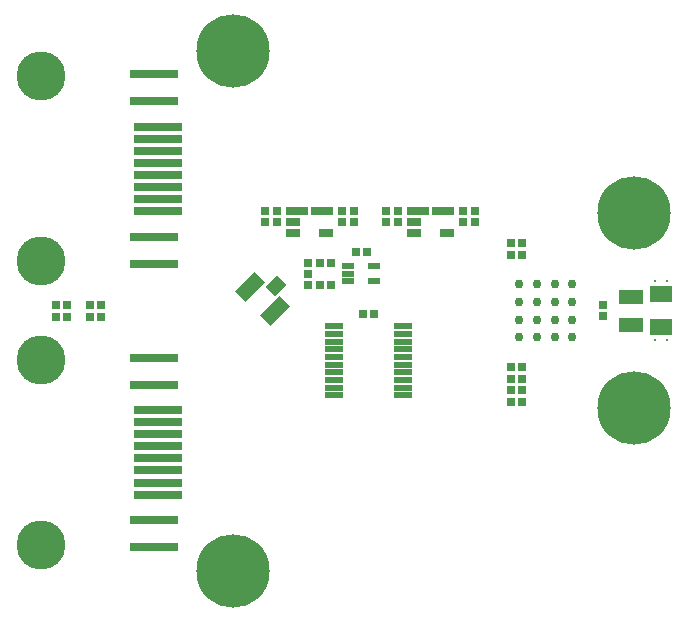
<source format=gts>
G04*
G04 #@! TF.GenerationSoftware,Altium Limited,Altium Designer,23.9.2 (47)*
G04*
G04 Layer_Color=8388736*
%FSLAX25Y25*%
%MOIN*%
G70*
G04*
G04 #@! TF.SameCoordinates,5BF2F9AB-C423-4005-A627-090FB2B952A9*
G04*
G04*
G04 #@! TF.FilePolarity,Negative*
G04*
G01*
G75*
%ADD16C,0.02953*%
%ADD17R,0.06299X0.02362*%
%ADD18R,0.15945X0.02992*%
%ADD19R,0.03937X0.02165*%
%ADD20R,0.04528X0.02953*%
%ADD21R,0.02756X0.02953*%
%ADD22R,0.03110X0.03110*%
%ADD23R,0.07677X0.05709*%
%ADD24R,0.07887X0.04737*%
G04:AMPARAMS|DCode=25|XSize=47.24mil|YSize=92.52mil|CornerRadius=0mil|HoleSize=0mil|Usage=FLASHONLY|Rotation=315.000|XOffset=0mil|YOffset=0mil|HoleType=Round|Shape=Rectangle|*
%AMROTATEDRECTD25*
4,1,4,-0.04941,-0.01601,0.01601,0.04941,0.04941,0.01601,-0.01601,-0.04941,-0.04941,-0.01601,0.0*
%
%ADD25ROTATEDRECTD25*%

G04:AMPARAMS|DCode=26|XSize=45.28mil|YSize=53.15mil|CornerRadius=0mil|HoleSize=0mil|Usage=FLASHONLY|Rotation=315.000|XOffset=0mil|YOffset=0mil|HoleType=Round|Shape=Rectangle|*
%AMROTATEDRECTD26*
4,1,4,-0.03480,-0.00278,0.00278,0.03480,0.03480,0.00278,-0.00278,-0.03480,-0.03480,-0.00278,0.0*
%
%ADD26ROTATEDRECTD26*%

%ADD27R,0.03110X0.03110*%
%ADD28R,0.02953X0.02756*%
%ADD29C,0.16339*%
%ADD30C,0.24422*%
%ADD31C,0.00800*%
D16*
X164370Y-8858D02*
D03*
Y-2953D02*
D03*
X182087Y-8858D02*
D03*
X176181D02*
D03*
X170276D02*
D03*
X182087Y-2953D02*
D03*
X176181D02*
D03*
X170276D02*
D03*
X182087Y2953D02*
D03*
X176181D02*
D03*
X170276D02*
D03*
X164370D02*
D03*
X182087Y8858D02*
D03*
X176181D02*
D03*
X170276D02*
D03*
X164370D02*
D03*
D17*
X102657Y-5217D02*
D03*
Y-7775D02*
D03*
Y-10335D02*
D03*
Y-12894D02*
D03*
Y-15453D02*
D03*
Y-18012D02*
D03*
Y-20571D02*
D03*
Y-23130D02*
D03*
Y-25689D02*
D03*
Y-28248D02*
D03*
X125689Y-5217D02*
D03*
Y-7775D02*
D03*
Y-10335D02*
D03*
Y-12894D02*
D03*
Y-15453D02*
D03*
Y-18012D02*
D03*
Y-20571D02*
D03*
Y-23130D02*
D03*
Y-25689D02*
D03*
Y-28248D02*
D03*
D18*
X42795Y-69764D02*
D03*
Y-24724D02*
D03*
Y-15669D02*
D03*
Y-78819D02*
D03*
X44055Y-33189D02*
D03*
Y-37205D02*
D03*
Y-41221D02*
D03*
Y-45236D02*
D03*
Y-49252D02*
D03*
Y-53268D02*
D03*
Y-57284D02*
D03*
Y-61299D02*
D03*
Y33189D02*
D03*
Y37205D02*
D03*
Y41221D02*
D03*
Y45236D02*
D03*
Y49252D02*
D03*
Y53268D02*
D03*
Y57284D02*
D03*
Y61299D02*
D03*
X42795Y15669D02*
D03*
Y78819D02*
D03*
Y69764D02*
D03*
Y24724D02*
D03*
D19*
X107382Y14862D02*
D03*
Y12303D02*
D03*
Y9744D02*
D03*
X116043D02*
D03*
Y14862D02*
D03*
D20*
X129409Y33248D02*
D03*
Y29508D02*
D03*
Y25768D02*
D03*
X140236D02*
D03*
Y33248D02*
D03*
X89035Y33228D02*
D03*
Y29488D02*
D03*
Y25748D02*
D03*
X99862D02*
D03*
Y33228D02*
D03*
D21*
X136713Y33268D02*
D03*
X132972D02*
D03*
X96358D02*
D03*
X92618D02*
D03*
X13681Y1969D02*
D03*
X9941D02*
D03*
X25098D02*
D03*
X21358D02*
D03*
Y-1969D02*
D03*
X25098D02*
D03*
X9941D02*
D03*
X13681D02*
D03*
X101772Y16043D02*
D03*
X98032D02*
D03*
X101772Y8563D02*
D03*
X98032D02*
D03*
D22*
X149606Y33307D02*
D03*
Y29685D02*
D03*
X145669Y33307D02*
D03*
Y29685D02*
D03*
X124016Y33307D02*
D03*
Y29685D02*
D03*
X120079Y33307D02*
D03*
Y29685D02*
D03*
X105315Y33307D02*
D03*
Y29685D02*
D03*
X109252Y33307D02*
D03*
Y29685D02*
D03*
X83661Y33307D02*
D03*
Y29685D02*
D03*
X79724Y33307D02*
D03*
Y29685D02*
D03*
X192421Y-1811D02*
D03*
Y1811D02*
D03*
D23*
X211614Y5512D02*
D03*
Y-5512D02*
D03*
D24*
X201772Y-4724D02*
D03*
Y4724D02*
D03*
D25*
X82846Y-169D02*
D03*
X74634Y8043D02*
D03*
D26*
X83194Y8391D02*
D03*
D27*
X161575Y22638D02*
D03*
X165197D02*
D03*
X161575Y-26575D02*
D03*
X165197D02*
D03*
X161575Y18701D02*
D03*
X165197D02*
D03*
X161575Y-30512D02*
D03*
X165197D02*
D03*
X161575Y-22638D02*
D03*
X165197D02*
D03*
X161575Y-18701D02*
D03*
X165197D02*
D03*
X109901Y19685D02*
D03*
X113523D02*
D03*
X115984Y-984D02*
D03*
X112362D02*
D03*
D28*
X93996Y12303D02*
D03*
Y16043D02*
D03*
Y12303D02*
D03*
Y8563D02*
D03*
D29*
X4961Y-16417D02*
D03*
Y-78071D02*
D03*
Y16417D02*
D03*
Y78071D02*
D03*
D30*
X68898Y86614D02*
D03*
Y-86614D02*
D03*
X202756Y-32480D02*
D03*
Y32480D02*
D03*
D31*
X209646Y-9843D02*
D03*
X213583D02*
D03*
X209646Y9843D02*
D03*
X213583D02*
D03*
M02*

</source>
